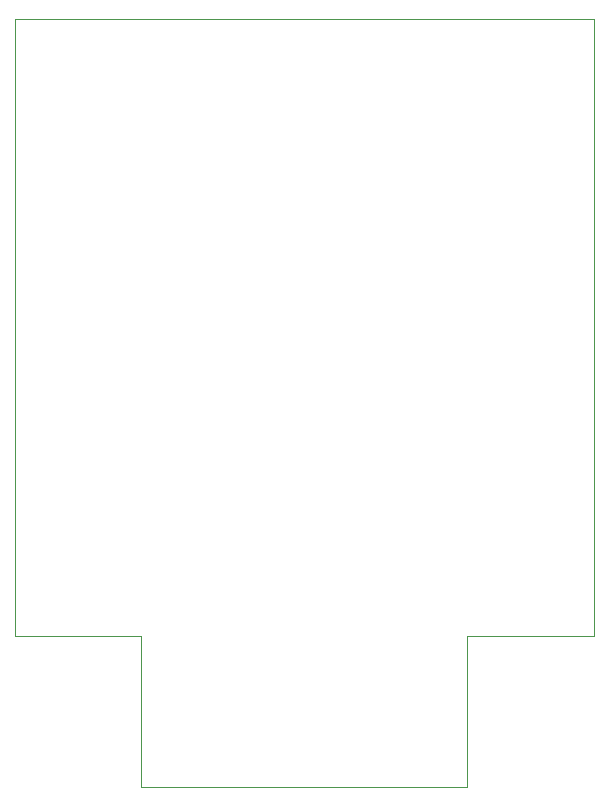
<source format=gm1>
G04 #@! TF.GenerationSoftware,KiCad,Pcbnew,(6.0.2)*
G04 #@! TF.CreationDate,2022-06-08T21:31:36-07:00*
G04 #@! TF.ProjectId,iflfu-bottom,69666c66-752d-4626-9f74-746f6d2e6b69,rev?*
G04 #@! TF.SameCoordinates,Original*
G04 #@! TF.FileFunction,Profile,NP*
%FSLAX46Y46*%
G04 Gerber Fmt 4.6, Leading zero omitted, Abs format (unit mm)*
G04 Created by KiCad (PCBNEW (6.0.2)) date 2022-06-08 21:31:36*
%MOMM*%
%LPD*%
G01*
G04 APERTURE LIST*
G04 #@! TA.AperFunction,Profile*
%ADD10C,0.100000*%
G04 #@! TD*
G04 APERTURE END LIST*
D10*
X156300000Y-146934717D02*
X194600000Y-146934717D01*
X145600000Y-199134717D02*
X145600000Y-146934717D01*
X194600000Y-146934717D02*
X194600000Y-199134717D01*
X183900000Y-211934717D02*
X156300000Y-211934717D01*
X145600000Y-199134717D02*
X156300000Y-199134717D01*
X156300000Y-199134717D02*
X156300000Y-211934717D01*
X156300000Y-146934717D02*
X145600000Y-146934717D01*
X183900000Y-199134717D02*
X183900000Y-211934717D01*
X194600000Y-199134717D02*
X183900000Y-199134717D01*
M02*

</source>
